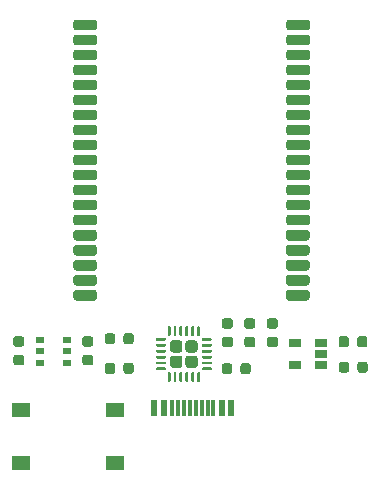
<source format=gbr>
%TF.GenerationSoftware,KiCad,Pcbnew,(5.1.6-0-10_14)*%
%TF.CreationDate,2020-08-21T01:25:04+02:00*%
%TF.ProjectId,USBCWrover,55534243-5772-46f7-9665-722e6b696361,rev?*%
%TF.SameCoordinates,Original*%
%TF.FileFunction,Paste,Top*%
%TF.FilePolarity,Positive*%
%FSLAX46Y46*%
G04 Gerber Fmt 4.6, Leading zero omitted, Abs format (unit mm)*
G04 Created by KiCad (PCBNEW (5.1.6-0-10_14)) date 2020-08-21 01:25:04*
%MOMM*%
%LPD*%
G01*
G04 APERTURE LIST*
%ADD10R,1.550000X1.300000*%
%ADD11R,0.600000X1.450000*%
%ADD12R,0.300000X1.450000*%
%ADD13R,1.060000X0.650000*%
%ADD14R,0.700000X0.510000*%
G04 APERTURE END LIST*
D10*
%TO.C,SW1*%
X134531000Y-143093000D03*
X134531000Y-138593000D03*
X126581000Y-138593000D03*
X126581000Y-143093000D03*
%TD*%
D11*
%TO.C,J1*%
X144347000Y-138449000D03*
X143547000Y-138449000D03*
X138647000Y-138449000D03*
X137847000Y-138449000D03*
X137847000Y-138449000D03*
X138647000Y-138449000D03*
X143547000Y-138449000D03*
X144347000Y-138449000D03*
D12*
X139347000Y-138449000D03*
X139847000Y-138449000D03*
X140347000Y-138449000D03*
X141347000Y-138449000D03*
X141847000Y-138449000D03*
X142347000Y-138449000D03*
X142847000Y-138449000D03*
X140847000Y-138449000D03*
%TD*%
%TO.C,U4*%
G36*
G01*
X130982400Y-106244600D02*
X130982400Y-105794600D01*
G75*
G02*
X131207400Y-105569600I225000J0D01*
G01*
X132757400Y-105569600D01*
G75*
G02*
X132982400Y-105794600I0J-225000D01*
G01*
X132982400Y-106244600D01*
G75*
G02*
X132757400Y-106469600I-225000J0D01*
G01*
X131207400Y-106469600D01*
G75*
G02*
X130982400Y-106244600I0J225000D01*
G01*
G37*
G36*
G01*
X130982400Y-107514600D02*
X130982400Y-107064600D01*
G75*
G02*
X131207400Y-106839600I225000J0D01*
G01*
X132757400Y-106839600D01*
G75*
G02*
X132982400Y-107064600I0J-225000D01*
G01*
X132982400Y-107514600D01*
G75*
G02*
X132757400Y-107739600I-225000J0D01*
G01*
X131207400Y-107739600D01*
G75*
G02*
X130982400Y-107514600I0J225000D01*
G01*
G37*
G36*
G01*
X130982400Y-108784600D02*
X130982400Y-108334600D01*
G75*
G02*
X131207400Y-108109600I225000J0D01*
G01*
X132757400Y-108109600D01*
G75*
G02*
X132982400Y-108334600I0J-225000D01*
G01*
X132982400Y-108784600D01*
G75*
G02*
X132757400Y-109009600I-225000J0D01*
G01*
X131207400Y-109009600D01*
G75*
G02*
X130982400Y-108784600I0J225000D01*
G01*
G37*
G36*
G01*
X130982400Y-110054600D02*
X130982400Y-109604600D01*
G75*
G02*
X131207400Y-109379600I225000J0D01*
G01*
X132757400Y-109379600D01*
G75*
G02*
X132982400Y-109604600I0J-225000D01*
G01*
X132982400Y-110054600D01*
G75*
G02*
X132757400Y-110279600I-225000J0D01*
G01*
X131207400Y-110279600D01*
G75*
G02*
X130982400Y-110054600I0J225000D01*
G01*
G37*
G36*
G01*
X130982400Y-111324600D02*
X130982400Y-110874600D01*
G75*
G02*
X131207400Y-110649600I225000J0D01*
G01*
X132757400Y-110649600D01*
G75*
G02*
X132982400Y-110874600I0J-225000D01*
G01*
X132982400Y-111324600D01*
G75*
G02*
X132757400Y-111549600I-225000J0D01*
G01*
X131207400Y-111549600D01*
G75*
G02*
X130982400Y-111324600I0J225000D01*
G01*
G37*
G36*
G01*
X130982400Y-112594600D02*
X130982400Y-112144600D01*
G75*
G02*
X131207400Y-111919600I225000J0D01*
G01*
X132757400Y-111919600D01*
G75*
G02*
X132982400Y-112144600I0J-225000D01*
G01*
X132982400Y-112594600D01*
G75*
G02*
X132757400Y-112819600I-225000J0D01*
G01*
X131207400Y-112819600D01*
G75*
G02*
X130982400Y-112594600I0J225000D01*
G01*
G37*
G36*
G01*
X130982400Y-113864600D02*
X130982400Y-113414600D01*
G75*
G02*
X131207400Y-113189600I225000J0D01*
G01*
X132757400Y-113189600D01*
G75*
G02*
X132982400Y-113414600I0J-225000D01*
G01*
X132982400Y-113864600D01*
G75*
G02*
X132757400Y-114089600I-225000J0D01*
G01*
X131207400Y-114089600D01*
G75*
G02*
X130982400Y-113864600I0J225000D01*
G01*
G37*
G36*
G01*
X130982400Y-115134600D02*
X130982400Y-114684600D01*
G75*
G02*
X131207400Y-114459600I225000J0D01*
G01*
X132757400Y-114459600D01*
G75*
G02*
X132982400Y-114684600I0J-225000D01*
G01*
X132982400Y-115134600D01*
G75*
G02*
X132757400Y-115359600I-225000J0D01*
G01*
X131207400Y-115359600D01*
G75*
G02*
X130982400Y-115134600I0J225000D01*
G01*
G37*
G36*
G01*
X130982400Y-116404600D02*
X130982400Y-115954600D01*
G75*
G02*
X131207400Y-115729600I225000J0D01*
G01*
X132757400Y-115729600D01*
G75*
G02*
X132982400Y-115954600I0J-225000D01*
G01*
X132982400Y-116404600D01*
G75*
G02*
X132757400Y-116629600I-225000J0D01*
G01*
X131207400Y-116629600D01*
G75*
G02*
X130982400Y-116404600I0J225000D01*
G01*
G37*
G36*
G01*
X130982400Y-117674600D02*
X130982400Y-117224600D01*
G75*
G02*
X131207400Y-116999600I225000J0D01*
G01*
X132757400Y-116999600D01*
G75*
G02*
X132982400Y-117224600I0J-225000D01*
G01*
X132982400Y-117674600D01*
G75*
G02*
X132757400Y-117899600I-225000J0D01*
G01*
X131207400Y-117899600D01*
G75*
G02*
X130982400Y-117674600I0J225000D01*
G01*
G37*
G36*
G01*
X130982400Y-118944600D02*
X130982400Y-118494600D01*
G75*
G02*
X131207400Y-118269600I225000J0D01*
G01*
X132757400Y-118269600D01*
G75*
G02*
X132982400Y-118494600I0J-225000D01*
G01*
X132982400Y-118944600D01*
G75*
G02*
X132757400Y-119169600I-225000J0D01*
G01*
X131207400Y-119169600D01*
G75*
G02*
X130982400Y-118944600I0J225000D01*
G01*
G37*
G36*
G01*
X130982400Y-120214600D02*
X130982400Y-119764600D01*
G75*
G02*
X131207400Y-119539600I225000J0D01*
G01*
X132757400Y-119539600D01*
G75*
G02*
X132982400Y-119764600I0J-225000D01*
G01*
X132982400Y-120214600D01*
G75*
G02*
X132757400Y-120439600I-225000J0D01*
G01*
X131207400Y-120439600D01*
G75*
G02*
X130982400Y-120214600I0J225000D01*
G01*
G37*
G36*
G01*
X130982400Y-121484600D02*
X130982400Y-121034600D01*
G75*
G02*
X131207400Y-120809600I225000J0D01*
G01*
X132757400Y-120809600D01*
G75*
G02*
X132982400Y-121034600I0J-225000D01*
G01*
X132982400Y-121484600D01*
G75*
G02*
X132757400Y-121709600I-225000J0D01*
G01*
X131207400Y-121709600D01*
G75*
G02*
X130982400Y-121484600I0J225000D01*
G01*
G37*
G36*
G01*
X130982400Y-122754600D02*
X130982400Y-122304600D01*
G75*
G02*
X131207400Y-122079600I225000J0D01*
G01*
X132757400Y-122079600D01*
G75*
G02*
X132982400Y-122304600I0J-225000D01*
G01*
X132982400Y-122754600D01*
G75*
G02*
X132757400Y-122979600I-225000J0D01*
G01*
X131207400Y-122979600D01*
G75*
G02*
X130982400Y-122754600I0J225000D01*
G01*
G37*
G36*
G01*
X130982400Y-124054600D02*
X130982400Y-123604600D01*
G75*
G02*
X131207400Y-123379600I225000J0D01*
G01*
X132757400Y-123379600D01*
G75*
G02*
X132982400Y-123604600I0J-225000D01*
G01*
X132982400Y-124054600D01*
G75*
G02*
X132757400Y-124279600I-225000J0D01*
G01*
X131207400Y-124279600D01*
G75*
G02*
X130982400Y-124054600I0J225000D01*
G01*
G37*
G36*
G01*
X130982400Y-125324600D02*
X130982400Y-124874600D01*
G75*
G02*
X131207400Y-124649600I225000J0D01*
G01*
X132757400Y-124649600D01*
G75*
G02*
X132982400Y-124874600I0J-225000D01*
G01*
X132982400Y-125324600D01*
G75*
G02*
X132757400Y-125549600I-225000J0D01*
G01*
X131207400Y-125549600D01*
G75*
G02*
X130982400Y-125324600I0J225000D01*
G01*
G37*
G36*
G01*
X130982400Y-126594600D02*
X130982400Y-126144600D01*
G75*
G02*
X131207400Y-125919600I225000J0D01*
G01*
X132757400Y-125919600D01*
G75*
G02*
X132982400Y-126144600I0J-225000D01*
G01*
X132982400Y-126594600D01*
G75*
G02*
X132757400Y-126819600I-225000J0D01*
G01*
X131207400Y-126819600D01*
G75*
G02*
X130982400Y-126594600I0J225000D01*
G01*
G37*
G36*
G01*
X130982400Y-127864600D02*
X130982400Y-127414600D01*
G75*
G02*
X131207400Y-127189600I225000J0D01*
G01*
X132757400Y-127189600D01*
G75*
G02*
X132982400Y-127414600I0J-225000D01*
G01*
X132982400Y-127864600D01*
G75*
G02*
X132757400Y-128089600I-225000J0D01*
G01*
X131207400Y-128089600D01*
G75*
G02*
X130982400Y-127864600I0J225000D01*
G01*
G37*
G36*
G01*
X130982400Y-129134600D02*
X130982400Y-128684600D01*
G75*
G02*
X131207400Y-128459600I225000J0D01*
G01*
X132757400Y-128459600D01*
G75*
G02*
X132982400Y-128684600I0J-225000D01*
G01*
X132982400Y-129134600D01*
G75*
G02*
X132757400Y-129359600I-225000J0D01*
G01*
X131207400Y-129359600D01*
G75*
G02*
X130982400Y-129134600I0J225000D01*
G01*
G37*
G36*
G01*
X148982400Y-129134600D02*
X148982400Y-128684600D01*
G75*
G02*
X149207400Y-128459600I225000J0D01*
G01*
X150757400Y-128459600D01*
G75*
G02*
X150982400Y-128684600I0J-225000D01*
G01*
X150982400Y-129134600D01*
G75*
G02*
X150757400Y-129359600I-225000J0D01*
G01*
X149207400Y-129359600D01*
G75*
G02*
X148982400Y-129134600I0J225000D01*
G01*
G37*
G36*
G01*
X148982400Y-127864600D02*
X148982400Y-127414600D01*
G75*
G02*
X149207400Y-127189600I225000J0D01*
G01*
X150757400Y-127189600D01*
G75*
G02*
X150982400Y-127414600I0J-225000D01*
G01*
X150982400Y-127864600D01*
G75*
G02*
X150757400Y-128089600I-225000J0D01*
G01*
X149207400Y-128089600D01*
G75*
G02*
X148982400Y-127864600I0J225000D01*
G01*
G37*
G36*
G01*
X148982400Y-126594600D02*
X148982400Y-126144600D01*
G75*
G02*
X149207400Y-125919600I225000J0D01*
G01*
X150757400Y-125919600D01*
G75*
G02*
X150982400Y-126144600I0J-225000D01*
G01*
X150982400Y-126594600D01*
G75*
G02*
X150757400Y-126819600I-225000J0D01*
G01*
X149207400Y-126819600D01*
G75*
G02*
X148982400Y-126594600I0J225000D01*
G01*
G37*
G36*
G01*
X148982400Y-125324600D02*
X148982400Y-124874600D01*
G75*
G02*
X149207400Y-124649600I225000J0D01*
G01*
X150757400Y-124649600D01*
G75*
G02*
X150982400Y-124874600I0J-225000D01*
G01*
X150982400Y-125324600D01*
G75*
G02*
X150757400Y-125549600I-225000J0D01*
G01*
X149207400Y-125549600D01*
G75*
G02*
X148982400Y-125324600I0J225000D01*
G01*
G37*
G36*
G01*
X148982400Y-124054600D02*
X148982400Y-123604600D01*
G75*
G02*
X149207400Y-123379600I225000J0D01*
G01*
X150757400Y-123379600D01*
G75*
G02*
X150982400Y-123604600I0J-225000D01*
G01*
X150982400Y-124054600D01*
G75*
G02*
X150757400Y-124279600I-225000J0D01*
G01*
X149207400Y-124279600D01*
G75*
G02*
X148982400Y-124054600I0J225000D01*
G01*
G37*
G36*
G01*
X149012400Y-122754600D02*
X149012400Y-122304600D01*
G75*
G02*
X149237400Y-122079600I225000J0D01*
G01*
X150787400Y-122079600D01*
G75*
G02*
X151012400Y-122304600I0J-225000D01*
G01*
X151012400Y-122754600D01*
G75*
G02*
X150787400Y-122979600I-225000J0D01*
G01*
X149237400Y-122979600D01*
G75*
G02*
X149012400Y-122754600I0J225000D01*
G01*
G37*
G36*
G01*
X149012400Y-121484600D02*
X149012400Y-121034600D01*
G75*
G02*
X149237400Y-120809600I225000J0D01*
G01*
X150787400Y-120809600D01*
G75*
G02*
X151012400Y-121034600I0J-225000D01*
G01*
X151012400Y-121484600D01*
G75*
G02*
X150787400Y-121709600I-225000J0D01*
G01*
X149237400Y-121709600D01*
G75*
G02*
X149012400Y-121484600I0J225000D01*
G01*
G37*
G36*
G01*
X149012400Y-120214600D02*
X149012400Y-119764600D01*
G75*
G02*
X149237400Y-119539600I225000J0D01*
G01*
X150787400Y-119539600D01*
G75*
G02*
X151012400Y-119764600I0J-225000D01*
G01*
X151012400Y-120214600D01*
G75*
G02*
X150787400Y-120439600I-225000J0D01*
G01*
X149237400Y-120439600D01*
G75*
G02*
X149012400Y-120214600I0J225000D01*
G01*
G37*
G36*
G01*
X149012400Y-118944600D02*
X149012400Y-118494600D01*
G75*
G02*
X149237400Y-118269600I225000J0D01*
G01*
X150787400Y-118269600D01*
G75*
G02*
X151012400Y-118494600I0J-225000D01*
G01*
X151012400Y-118944600D01*
G75*
G02*
X150787400Y-119169600I-225000J0D01*
G01*
X149237400Y-119169600D01*
G75*
G02*
X149012400Y-118944600I0J225000D01*
G01*
G37*
G36*
G01*
X149012400Y-117674600D02*
X149012400Y-117224600D01*
G75*
G02*
X149237400Y-116999600I225000J0D01*
G01*
X150787400Y-116999600D01*
G75*
G02*
X151012400Y-117224600I0J-225000D01*
G01*
X151012400Y-117674600D01*
G75*
G02*
X150787400Y-117899600I-225000J0D01*
G01*
X149237400Y-117899600D01*
G75*
G02*
X149012400Y-117674600I0J225000D01*
G01*
G37*
G36*
G01*
X149012400Y-116404600D02*
X149012400Y-115954600D01*
G75*
G02*
X149237400Y-115729600I225000J0D01*
G01*
X150787400Y-115729600D01*
G75*
G02*
X151012400Y-115954600I0J-225000D01*
G01*
X151012400Y-116404600D01*
G75*
G02*
X150787400Y-116629600I-225000J0D01*
G01*
X149237400Y-116629600D01*
G75*
G02*
X149012400Y-116404600I0J225000D01*
G01*
G37*
G36*
G01*
X149012400Y-115134600D02*
X149012400Y-114684600D01*
G75*
G02*
X149237400Y-114459600I225000J0D01*
G01*
X150787400Y-114459600D01*
G75*
G02*
X151012400Y-114684600I0J-225000D01*
G01*
X151012400Y-115134600D01*
G75*
G02*
X150787400Y-115359600I-225000J0D01*
G01*
X149237400Y-115359600D01*
G75*
G02*
X149012400Y-115134600I0J225000D01*
G01*
G37*
G36*
G01*
X149012400Y-113864600D02*
X149012400Y-113414600D01*
G75*
G02*
X149237400Y-113189600I225000J0D01*
G01*
X150787400Y-113189600D01*
G75*
G02*
X151012400Y-113414600I0J-225000D01*
G01*
X151012400Y-113864600D01*
G75*
G02*
X150787400Y-114089600I-225000J0D01*
G01*
X149237400Y-114089600D01*
G75*
G02*
X149012400Y-113864600I0J225000D01*
G01*
G37*
G36*
G01*
X149012400Y-112594600D02*
X149012400Y-112144600D01*
G75*
G02*
X149237400Y-111919600I225000J0D01*
G01*
X150787400Y-111919600D01*
G75*
G02*
X151012400Y-112144600I0J-225000D01*
G01*
X151012400Y-112594600D01*
G75*
G02*
X150787400Y-112819600I-225000J0D01*
G01*
X149237400Y-112819600D01*
G75*
G02*
X149012400Y-112594600I0J225000D01*
G01*
G37*
G36*
G01*
X149012400Y-111324600D02*
X149012400Y-110874600D01*
G75*
G02*
X149237400Y-110649600I225000J0D01*
G01*
X150787400Y-110649600D01*
G75*
G02*
X151012400Y-110874600I0J-225000D01*
G01*
X151012400Y-111324600D01*
G75*
G02*
X150787400Y-111549600I-225000J0D01*
G01*
X149237400Y-111549600D01*
G75*
G02*
X149012400Y-111324600I0J225000D01*
G01*
G37*
G36*
G01*
X149012400Y-110054600D02*
X149012400Y-109604600D01*
G75*
G02*
X149237400Y-109379600I225000J0D01*
G01*
X150787400Y-109379600D01*
G75*
G02*
X151012400Y-109604600I0J-225000D01*
G01*
X151012400Y-110054600D01*
G75*
G02*
X150787400Y-110279600I-225000J0D01*
G01*
X149237400Y-110279600D01*
G75*
G02*
X149012400Y-110054600I0J225000D01*
G01*
G37*
G36*
G01*
X149012400Y-108784600D02*
X149012400Y-108334600D01*
G75*
G02*
X149237400Y-108109600I225000J0D01*
G01*
X150787400Y-108109600D01*
G75*
G02*
X151012400Y-108334600I0J-225000D01*
G01*
X151012400Y-108784600D01*
G75*
G02*
X150787400Y-109009600I-225000J0D01*
G01*
X149237400Y-109009600D01*
G75*
G02*
X149012400Y-108784600I0J225000D01*
G01*
G37*
G36*
G01*
X149012400Y-107514600D02*
X149012400Y-107064600D01*
G75*
G02*
X149237400Y-106839600I225000J0D01*
G01*
X150787400Y-106839600D01*
G75*
G02*
X151012400Y-107064600I0J-225000D01*
G01*
X151012400Y-107514600D01*
G75*
G02*
X150787400Y-107739600I-225000J0D01*
G01*
X149237400Y-107739600D01*
G75*
G02*
X149012400Y-107514600I0J225000D01*
G01*
G37*
G36*
G01*
X149012400Y-106244600D02*
X149012400Y-105794600D01*
G75*
G02*
X149237400Y-105569600I225000J0D01*
G01*
X150787400Y-105569600D01*
G75*
G02*
X151012400Y-105794600I0J-225000D01*
G01*
X151012400Y-106244600D01*
G75*
G02*
X150787400Y-106469600I-225000J0D01*
G01*
X149237400Y-106469600D01*
G75*
G02*
X149012400Y-106244600I0J225000D01*
G01*
G37*
%TD*%
D13*
%TO.C,U3*%
X149776000Y-134808000D03*
X149776000Y-132908000D03*
X151976000Y-132908000D03*
X151976000Y-133858000D03*
X151976000Y-134808000D03*
%TD*%
%TO.C,R2*%
G36*
G01*
X144430000Y-134871750D02*
X144430000Y-135384250D01*
G75*
G02*
X144211250Y-135603000I-218750J0D01*
G01*
X143773750Y-135603000D01*
G75*
G02*
X143555000Y-135384250I0J218750D01*
G01*
X143555000Y-134871750D01*
G75*
G02*
X143773750Y-134653000I218750J0D01*
G01*
X144211250Y-134653000D01*
G75*
G02*
X144430000Y-134871750I0J-218750D01*
G01*
G37*
G36*
G01*
X146005000Y-134871750D02*
X146005000Y-135384250D01*
G75*
G02*
X145786250Y-135603000I-218750J0D01*
G01*
X145348750Y-135603000D01*
G75*
G02*
X145130000Y-135384250I0J218750D01*
G01*
X145130000Y-134871750D01*
G75*
G02*
X145348750Y-134653000I218750J0D01*
G01*
X145786250Y-134653000D01*
G75*
G02*
X146005000Y-134871750I0J-218750D01*
G01*
G37*
%TD*%
D14*
%TO.C,U1*%
X130463000Y-132715000D03*
X130463000Y-133665000D03*
X130463000Y-134615000D03*
X128143000Y-134615000D03*
X128143000Y-133665000D03*
X128143000Y-132715000D03*
%TD*%
%TO.C,U2*%
G36*
G01*
X141264001Y-133765500D02*
X140713999Y-133765500D01*
G75*
G02*
X140464000Y-133515501I0J249999D01*
G01*
X140464000Y-132965499D01*
G75*
G02*
X140713999Y-132715500I249999J0D01*
G01*
X141264001Y-132715500D01*
G75*
G02*
X141514000Y-132965499I0J-249999D01*
G01*
X141514000Y-133515501D01*
G75*
G02*
X141264001Y-133765500I-249999J0D01*
G01*
G37*
G36*
G01*
X139964001Y-133765500D02*
X139413999Y-133765500D01*
G75*
G02*
X139164000Y-133515501I0J249999D01*
G01*
X139164000Y-132965499D01*
G75*
G02*
X139413999Y-132715500I249999J0D01*
G01*
X139964001Y-132715500D01*
G75*
G02*
X140214000Y-132965499I0J-249999D01*
G01*
X140214000Y-133515501D01*
G75*
G02*
X139964001Y-133765500I-249999J0D01*
G01*
G37*
G36*
G01*
X141264001Y-135065500D02*
X140713999Y-135065500D01*
G75*
G02*
X140464000Y-134815501I0J249999D01*
G01*
X140464000Y-134265499D01*
G75*
G02*
X140713999Y-134015500I249999J0D01*
G01*
X141264001Y-134015500D01*
G75*
G02*
X141514000Y-134265499I0J-249999D01*
G01*
X141514000Y-134815501D01*
G75*
G02*
X141264001Y-135065500I-249999J0D01*
G01*
G37*
G36*
G01*
X139964001Y-135065500D02*
X139413999Y-135065500D01*
G75*
G02*
X139164000Y-134815501I0J249999D01*
G01*
X139164000Y-134265499D01*
G75*
G02*
X139413999Y-134015500I249999J0D01*
G01*
X139964001Y-134015500D01*
G75*
G02*
X140214000Y-134265499I0J-249999D01*
G01*
X140214000Y-134815501D01*
G75*
G02*
X139964001Y-135065500I-249999J0D01*
G01*
G37*
G36*
G01*
X138751500Y-135265500D02*
X138051500Y-135265500D01*
G75*
G02*
X137989000Y-135203000I0J62500D01*
G01*
X137989000Y-135078000D01*
G75*
G02*
X138051500Y-135015500I62500J0D01*
G01*
X138751500Y-135015500D01*
G75*
G02*
X138814000Y-135078000I0J-62500D01*
G01*
X138814000Y-135203000D01*
G75*
G02*
X138751500Y-135265500I-62500J0D01*
G01*
G37*
G36*
G01*
X138751500Y-134765500D02*
X138051500Y-134765500D01*
G75*
G02*
X137989000Y-134703000I0J62500D01*
G01*
X137989000Y-134578000D01*
G75*
G02*
X138051500Y-134515500I62500J0D01*
G01*
X138751500Y-134515500D01*
G75*
G02*
X138814000Y-134578000I0J-62500D01*
G01*
X138814000Y-134703000D01*
G75*
G02*
X138751500Y-134765500I-62500J0D01*
G01*
G37*
G36*
G01*
X138751500Y-134265500D02*
X138051500Y-134265500D01*
G75*
G02*
X137989000Y-134203000I0J62500D01*
G01*
X137989000Y-134078000D01*
G75*
G02*
X138051500Y-134015500I62500J0D01*
G01*
X138751500Y-134015500D01*
G75*
G02*
X138814000Y-134078000I0J-62500D01*
G01*
X138814000Y-134203000D01*
G75*
G02*
X138751500Y-134265500I-62500J0D01*
G01*
G37*
G36*
G01*
X138751500Y-133765500D02*
X138051500Y-133765500D01*
G75*
G02*
X137989000Y-133703000I0J62500D01*
G01*
X137989000Y-133578000D01*
G75*
G02*
X138051500Y-133515500I62500J0D01*
G01*
X138751500Y-133515500D01*
G75*
G02*
X138814000Y-133578000I0J-62500D01*
G01*
X138814000Y-133703000D01*
G75*
G02*
X138751500Y-133765500I-62500J0D01*
G01*
G37*
G36*
G01*
X138751500Y-133265500D02*
X138051500Y-133265500D01*
G75*
G02*
X137989000Y-133203000I0J62500D01*
G01*
X137989000Y-133078000D01*
G75*
G02*
X138051500Y-133015500I62500J0D01*
G01*
X138751500Y-133015500D01*
G75*
G02*
X138814000Y-133078000I0J-62500D01*
G01*
X138814000Y-133203000D01*
G75*
G02*
X138751500Y-133265500I-62500J0D01*
G01*
G37*
G36*
G01*
X138751500Y-132765500D02*
X138051500Y-132765500D01*
G75*
G02*
X137989000Y-132703000I0J62500D01*
G01*
X137989000Y-132578000D01*
G75*
G02*
X138051500Y-132515500I62500J0D01*
G01*
X138751500Y-132515500D01*
G75*
G02*
X138814000Y-132578000I0J-62500D01*
G01*
X138814000Y-132703000D01*
G75*
G02*
X138751500Y-132765500I-62500J0D01*
G01*
G37*
G36*
G01*
X139151500Y-132365500D02*
X139026500Y-132365500D01*
G75*
G02*
X138964000Y-132303000I0J62500D01*
G01*
X138964000Y-131603000D01*
G75*
G02*
X139026500Y-131540500I62500J0D01*
G01*
X139151500Y-131540500D01*
G75*
G02*
X139214000Y-131603000I0J-62500D01*
G01*
X139214000Y-132303000D01*
G75*
G02*
X139151500Y-132365500I-62500J0D01*
G01*
G37*
G36*
G01*
X139651500Y-132365500D02*
X139526500Y-132365500D01*
G75*
G02*
X139464000Y-132303000I0J62500D01*
G01*
X139464000Y-131603000D01*
G75*
G02*
X139526500Y-131540500I62500J0D01*
G01*
X139651500Y-131540500D01*
G75*
G02*
X139714000Y-131603000I0J-62500D01*
G01*
X139714000Y-132303000D01*
G75*
G02*
X139651500Y-132365500I-62500J0D01*
G01*
G37*
G36*
G01*
X140151500Y-132365500D02*
X140026500Y-132365500D01*
G75*
G02*
X139964000Y-132303000I0J62500D01*
G01*
X139964000Y-131603000D01*
G75*
G02*
X140026500Y-131540500I62500J0D01*
G01*
X140151500Y-131540500D01*
G75*
G02*
X140214000Y-131603000I0J-62500D01*
G01*
X140214000Y-132303000D01*
G75*
G02*
X140151500Y-132365500I-62500J0D01*
G01*
G37*
G36*
G01*
X140651500Y-132365500D02*
X140526500Y-132365500D01*
G75*
G02*
X140464000Y-132303000I0J62500D01*
G01*
X140464000Y-131603000D01*
G75*
G02*
X140526500Y-131540500I62500J0D01*
G01*
X140651500Y-131540500D01*
G75*
G02*
X140714000Y-131603000I0J-62500D01*
G01*
X140714000Y-132303000D01*
G75*
G02*
X140651500Y-132365500I-62500J0D01*
G01*
G37*
G36*
G01*
X141151500Y-132365500D02*
X141026500Y-132365500D01*
G75*
G02*
X140964000Y-132303000I0J62500D01*
G01*
X140964000Y-131603000D01*
G75*
G02*
X141026500Y-131540500I62500J0D01*
G01*
X141151500Y-131540500D01*
G75*
G02*
X141214000Y-131603000I0J-62500D01*
G01*
X141214000Y-132303000D01*
G75*
G02*
X141151500Y-132365500I-62500J0D01*
G01*
G37*
G36*
G01*
X141651500Y-132365500D02*
X141526500Y-132365500D01*
G75*
G02*
X141464000Y-132303000I0J62500D01*
G01*
X141464000Y-131603000D01*
G75*
G02*
X141526500Y-131540500I62500J0D01*
G01*
X141651500Y-131540500D01*
G75*
G02*
X141714000Y-131603000I0J-62500D01*
G01*
X141714000Y-132303000D01*
G75*
G02*
X141651500Y-132365500I-62500J0D01*
G01*
G37*
G36*
G01*
X142626500Y-132765500D02*
X141926500Y-132765500D01*
G75*
G02*
X141864000Y-132703000I0J62500D01*
G01*
X141864000Y-132578000D01*
G75*
G02*
X141926500Y-132515500I62500J0D01*
G01*
X142626500Y-132515500D01*
G75*
G02*
X142689000Y-132578000I0J-62500D01*
G01*
X142689000Y-132703000D01*
G75*
G02*
X142626500Y-132765500I-62500J0D01*
G01*
G37*
G36*
G01*
X142626500Y-133265500D02*
X141926500Y-133265500D01*
G75*
G02*
X141864000Y-133203000I0J62500D01*
G01*
X141864000Y-133078000D01*
G75*
G02*
X141926500Y-133015500I62500J0D01*
G01*
X142626500Y-133015500D01*
G75*
G02*
X142689000Y-133078000I0J-62500D01*
G01*
X142689000Y-133203000D01*
G75*
G02*
X142626500Y-133265500I-62500J0D01*
G01*
G37*
G36*
G01*
X142626500Y-133765500D02*
X141926500Y-133765500D01*
G75*
G02*
X141864000Y-133703000I0J62500D01*
G01*
X141864000Y-133578000D01*
G75*
G02*
X141926500Y-133515500I62500J0D01*
G01*
X142626500Y-133515500D01*
G75*
G02*
X142689000Y-133578000I0J-62500D01*
G01*
X142689000Y-133703000D01*
G75*
G02*
X142626500Y-133765500I-62500J0D01*
G01*
G37*
G36*
G01*
X142626500Y-134265500D02*
X141926500Y-134265500D01*
G75*
G02*
X141864000Y-134203000I0J62500D01*
G01*
X141864000Y-134078000D01*
G75*
G02*
X141926500Y-134015500I62500J0D01*
G01*
X142626500Y-134015500D01*
G75*
G02*
X142689000Y-134078000I0J-62500D01*
G01*
X142689000Y-134203000D01*
G75*
G02*
X142626500Y-134265500I-62500J0D01*
G01*
G37*
G36*
G01*
X142626500Y-134765500D02*
X141926500Y-134765500D01*
G75*
G02*
X141864000Y-134703000I0J62500D01*
G01*
X141864000Y-134578000D01*
G75*
G02*
X141926500Y-134515500I62500J0D01*
G01*
X142626500Y-134515500D01*
G75*
G02*
X142689000Y-134578000I0J-62500D01*
G01*
X142689000Y-134703000D01*
G75*
G02*
X142626500Y-134765500I-62500J0D01*
G01*
G37*
G36*
G01*
X142626500Y-135265500D02*
X141926500Y-135265500D01*
G75*
G02*
X141864000Y-135203000I0J62500D01*
G01*
X141864000Y-135078000D01*
G75*
G02*
X141926500Y-135015500I62500J0D01*
G01*
X142626500Y-135015500D01*
G75*
G02*
X142689000Y-135078000I0J-62500D01*
G01*
X142689000Y-135203000D01*
G75*
G02*
X142626500Y-135265500I-62500J0D01*
G01*
G37*
G36*
G01*
X141651500Y-136240500D02*
X141526500Y-136240500D01*
G75*
G02*
X141464000Y-136178000I0J62500D01*
G01*
X141464000Y-135478000D01*
G75*
G02*
X141526500Y-135415500I62500J0D01*
G01*
X141651500Y-135415500D01*
G75*
G02*
X141714000Y-135478000I0J-62500D01*
G01*
X141714000Y-136178000D01*
G75*
G02*
X141651500Y-136240500I-62500J0D01*
G01*
G37*
G36*
G01*
X141151500Y-136240500D02*
X141026500Y-136240500D01*
G75*
G02*
X140964000Y-136178000I0J62500D01*
G01*
X140964000Y-135478000D01*
G75*
G02*
X141026500Y-135415500I62500J0D01*
G01*
X141151500Y-135415500D01*
G75*
G02*
X141214000Y-135478000I0J-62500D01*
G01*
X141214000Y-136178000D01*
G75*
G02*
X141151500Y-136240500I-62500J0D01*
G01*
G37*
G36*
G01*
X140651500Y-136240500D02*
X140526500Y-136240500D01*
G75*
G02*
X140464000Y-136178000I0J62500D01*
G01*
X140464000Y-135478000D01*
G75*
G02*
X140526500Y-135415500I62500J0D01*
G01*
X140651500Y-135415500D01*
G75*
G02*
X140714000Y-135478000I0J-62500D01*
G01*
X140714000Y-136178000D01*
G75*
G02*
X140651500Y-136240500I-62500J0D01*
G01*
G37*
G36*
G01*
X140151500Y-136240500D02*
X140026500Y-136240500D01*
G75*
G02*
X139964000Y-136178000I0J62500D01*
G01*
X139964000Y-135478000D01*
G75*
G02*
X140026500Y-135415500I62500J0D01*
G01*
X140151500Y-135415500D01*
G75*
G02*
X140214000Y-135478000I0J-62500D01*
G01*
X140214000Y-136178000D01*
G75*
G02*
X140151500Y-136240500I-62500J0D01*
G01*
G37*
G36*
G01*
X139651500Y-136240500D02*
X139526500Y-136240500D01*
G75*
G02*
X139464000Y-136178000I0J62500D01*
G01*
X139464000Y-135478000D01*
G75*
G02*
X139526500Y-135415500I62500J0D01*
G01*
X139651500Y-135415500D01*
G75*
G02*
X139714000Y-135478000I0J-62500D01*
G01*
X139714000Y-136178000D01*
G75*
G02*
X139651500Y-136240500I-62500J0D01*
G01*
G37*
G36*
G01*
X139151500Y-136240500D02*
X139026500Y-136240500D01*
G75*
G02*
X138964000Y-136178000I0J62500D01*
G01*
X138964000Y-135478000D01*
G75*
G02*
X139026500Y-135415500I62500J0D01*
G01*
X139151500Y-135415500D01*
G75*
G02*
X139214000Y-135478000I0J-62500D01*
G01*
X139214000Y-136178000D01*
G75*
G02*
X139151500Y-136240500I-62500J0D01*
G01*
G37*
%TD*%
%TO.C,R6*%
G36*
G01*
X126621250Y-133254000D02*
X126108750Y-133254000D01*
G75*
G02*
X125890000Y-133035250I0J218750D01*
G01*
X125890000Y-132597750D01*
G75*
G02*
X126108750Y-132379000I218750J0D01*
G01*
X126621250Y-132379000D01*
G75*
G02*
X126840000Y-132597750I0J-218750D01*
G01*
X126840000Y-133035250D01*
G75*
G02*
X126621250Y-133254000I-218750J0D01*
G01*
G37*
G36*
G01*
X126621250Y-134829000D02*
X126108750Y-134829000D01*
G75*
G02*
X125890000Y-134610250I0J218750D01*
G01*
X125890000Y-134172750D01*
G75*
G02*
X126108750Y-133954000I218750J0D01*
G01*
X126621250Y-133954000D01*
G75*
G02*
X126840000Y-134172750I0J-218750D01*
G01*
X126840000Y-134610250D01*
G75*
G02*
X126621250Y-134829000I-218750J0D01*
G01*
G37*
%TD*%
%TO.C,R5*%
G36*
G01*
X132463250Y-133254000D02*
X131950750Y-133254000D01*
G75*
G02*
X131732000Y-133035250I0J218750D01*
G01*
X131732000Y-132597750D01*
G75*
G02*
X131950750Y-132379000I218750J0D01*
G01*
X132463250Y-132379000D01*
G75*
G02*
X132682000Y-132597750I0J-218750D01*
G01*
X132682000Y-133035250D01*
G75*
G02*
X132463250Y-133254000I-218750J0D01*
G01*
G37*
G36*
G01*
X132463250Y-134829000D02*
X131950750Y-134829000D01*
G75*
G02*
X131732000Y-134610250I0J218750D01*
G01*
X131732000Y-134172750D01*
G75*
G02*
X131950750Y-133954000I218750J0D01*
G01*
X132463250Y-133954000D01*
G75*
G02*
X132682000Y-134172750I0J-218750D01*
G01*
X132682000Y-134610250D01*
G75*
G02*
X132463250Y-134829000I-218750J0D01*
G01*
G37*
%TD*%
%TO.C,R1*%
G36*
G01*
X135224000Y-135349250D02*
X135224000Y-134836750D01*
G75*
G02*
X135442750Y-134618000I218750J0D01*
G01*
X135880250Y-134618000D01*
G75*
G02*
X136099000Y-134836750I0J-218750D01*
G01*
X136099000Y-135349250D01*
G75*
G02*
X135880250Y-135568000I-218750J0D01*
G01*
X135442750Y-135568000D01*
G75*
G02*
X135224000Y-135349250I0J218750D01*
G01*
G37*
G36*
G01*
X133649000Y-135349250D02*
X133649000Y-134836750D01*
G75*
G02*
X133867750Y-134618000I218750J0D01*
G01*
X134305250Y-134618000D01*
G75*
G02*
X134524000Y-134836750I0J-218750D01*
G01*
X134524000Y-135349250D01*
G75*
G02*
X134305250Y-135568000I-218750J0D01*
G01*
X133867750Y-135568000D01*
G75*
G02*
X133649000Y-135349250I0J218750D01*
G01*
G37*
%TD*%
%TO.C,C2*%
G36*
G01*
X134524000Y-132331750D02*
X134524000Y-132844250D01*
G75*
G02*
X134305250Y-133063000I-218750J0D01*
G01*
X133867750Y-133063000D01*
G75*
G02*
X133649000Y-132844250I0J218750D01*
G01*
X133649000Y-132331750D01*
G75*
G02*
X133867750Y-132113000I218750J0D01*
G01*
X134305250Y-132113000D01*
G75*
G02*
X134524000Y-132331750I0J-218750D01*
G01*
G37*
G36*
G01*
X136099000Y-132331750D02*
X136099000Y-132844250D01*
G75*
G02*
X135880250Y-133063000I-218750J0D01*
G01*
X135442750Y-133063000D01*
G75*
G02*
X135224000Y-132844250I0J218750D01*
G01*
X135224000Y-132331750D01*
G75*
G02*
X135442750Y-132113000I218750J0D01*
G01*
X135880250Y-132113000D01*
G75*
G02*
X136099000Y-132331750I0J-218750D01*
G01*
G37*
%TD*%
%TO.C,C1*%
G36*
G01*
X144274250Y-131730000D02*
X143761750Y-131730000D01*
G75*
G02*
X143543000Y-131511250I0J218750D01*
G01*
X143543000Y-131073750D01*
G75*
G02*
X143761750Y-130855000I218750J0D01*
G01*
X144274250Y-130855000D01*
G75*
G02*
X144493000Y-131073750I0J-218750D01*
G01*
X144493000Y-131511250D01*
G75*
G02*
X144274250Y-131730000I-218750J0D01*
G01*
G37*
G36*
G01*
X144274250Y-133305000D02*
X143761750Y-133305000D01*
G75*
G02*
X143543000Y-133086250I0J218750D01*
G01*
X143543000Y-132648750D01*
G75*
G02*
X143761750Y-132430000I218750J0D01*
G01*
X144274250Y-132430000D01*
G75*
G02*
X144493000Y-132648750I0J-218750D01*
G01*
X144493000Y-133086250D01*
G75*
G02*
X144274250Y-133305000I-218750J0D01*
G01*
G37*
%TD*%
%TO.C,C7*%
G36*
G01*
X148084250Y-131730000D02*
X147571750Y-131730000D01*
G75*
G02*
X147353000Y-131511250I0J218750D01*
G01*
X147353000Y-131073750D01*
G75*
G02*
X147571750Y-130855000I218750J0D01*
G01*
X148084250Y-130855000D01*
G75*
G02*
X148303000Y-131073750I0J-218750D01*
G01*
X148303000Y-131511250D01*
G75*
G02*
X148084250Y-131730000I-218750J0D01*
G01*
G37*
G36*
G01*
X148084250Y-133305000D02*
X147571750Y-133305000D01*
G75*
G02*
X147353000Y-133086250I0J218750D01*
G01*
X147353000Y-132648750D01*
G75*
G02*
X147571750Y-132430000I218750J0D01*
G01*
X148084250Y-132430000D01*
G75*
G02*
X148303000Y-132648750I0J-218750D01*
G01*
X148303000Y-133086250D01*
G75*
G02*
X148084250Y-133305000I-218750J0D01*
G01*
G37*
%TD*%
%TO.C,C6*%
G36*
G01*
X146179250Y-131730000D02*
X145666750Y-131730000D01*
G75*
G02*
X145448000Y-131511250I0J218750D01*
G01*
X145448000Y-131073750D01*
G75*
G02*
X145666750Y-130855000I218750J0D01*
G01*
X146179250Y-130855000D01*
G75*
G02*
X146398000Y-131073750I0J-218750D01*
G01*
X146398000Y-131511250D01*
G75*
G02*
X146179250Y-131730000I-218750J0D01*
G01*
G37*
G36*
G01*
X146179250Y-133305000D02*
X145666750Y-133305000D01*
G75*
G02*
X145448000Y-133086250I0J218750D01*
G01*
X145448000Y-132648750D01*
G75*
G02*
X145666750Y-132430000I218750J0D01*
G01*
X146179250Y-132430000D01*
G75*
G02*
X146398000Y-132648750I0J-218750D01*
G01*
X146398000Y-133086250D01*
G75*
G02*
X146179250Y-133305000I-218750J0D01*
G01*
G37*
%TD*%
%TO.C,C5*%
G36*
G01*
X155010500Y-133098250D02*
X155010500Y-132585750D01*
G75*
G02*
X155229250Y-132367000I218750J0D01*
G01*
X155666750Y-132367000D01*
G75*
G02*
X155885500Y-132585750I0J-218750D01*
G01*
X155885500Y-133098250D01*
G75*
G02*
X155666750Y-133317000I-218750J0D01*
G01*
X155229250Y-133317000D01*
G75*
G02*
X155010500Y-133098250I0J218750D01*
G01*
G37*
G36*
G01*
X153435500Y-133098250D02*
X153435500Y-132585750D01*
G75*
G02*
X153654250Y-132367000I218750J0D01*
G01*
X154091750Y-132367000D01*
G75*
G02*
X154310500Y-132585750I0J-218750D01*
G01*
X154310500Y-133098250D01*
G75*
G02*
X154091750Y-133317000I-218750J0D01*
G01*
X153654250Y-133317000D01*
G75*
G02*
X153435500Y-133098250I0J218750D01*
G01*
G37*
%TD*%
%TO.C,C4*%
G36*
G01*
X155036000Y-135257250D02*
X155036000Y-134744750D01*
G75*
G02*
X155254750Y-134526000I218750J0D01*
G01*
X155692250Y-134526000D01*
G75*
G02*
X155911000Y-134744750I0J-218750D01*
G01*
X155911000Y-135257250D01*
G75*
G02*
X155692250Y-135476000I-218750J0D01*
G01*
X155254750Y-135476000D01*
G75*
G02*
X155036000Y-135257250I0J218750D01*
G01*
G37*
G36*
G01*
X153461000Y-135257250D02*
X153461000Y-134744750D01*
G75*
G02*
X153679750Y-134526000I218750J0D01*
G01*
X154117250Y-134526000D01*
G75*
G02*
X154336000Y-134744750I0J-218750D01*
G01*
X154336000Y-135257250D01*
G75*
G02*
X154117250Y-135476000I-218750J0D01*
G01*
X153679750Y-135476000D01*
G75*
G02*
X153461000Y-135257250I0J218750D01*
G01*
G37*
%TD*%
M02*

</source>
